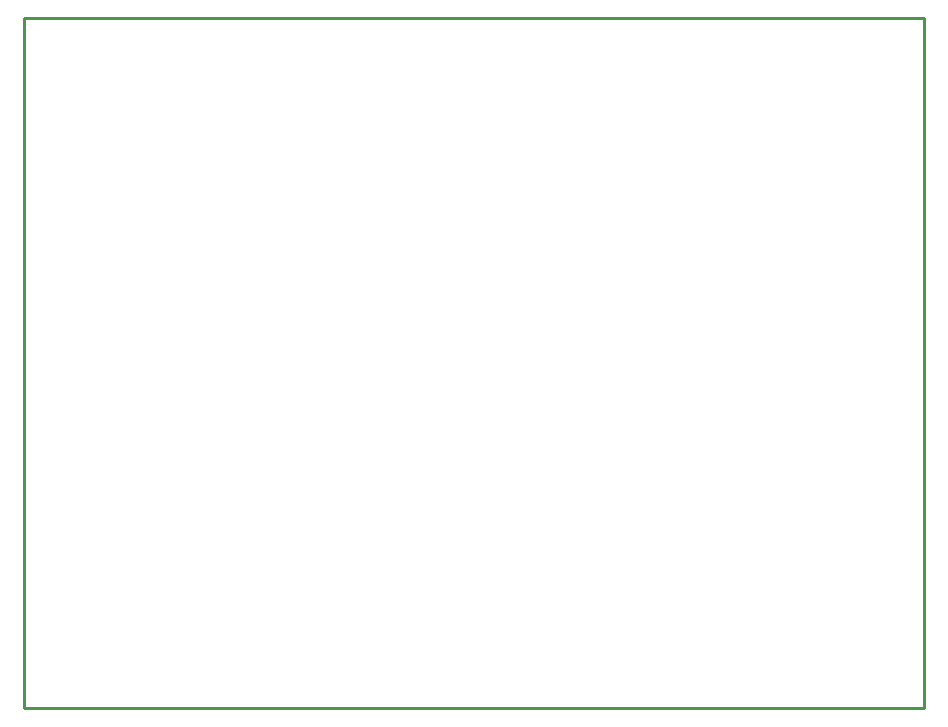
<source format=gm1>
%FSLAX23Y23*%
%MOIN*%
G70*
G01*
G75*
%ADD10R,0.060X0.050*%
%ADD11R,0.050X0.060*%
%ADD12R,0.036X0.050*%
%ADD13R,0.036X0.036*%
%ADD14R,0.050X0.036*%
%ADD15R,0.032X0.095*%
%ADD16C,0.015*%
%ADD17C,0.012*%
%ADD18C,0.010*%
%ADD19C,0.030*%
%ADD20C,0.075*%
%ADD21O,0.065X0.075*%
%ADD22R,0.070X0.070*%
%ADD23R,0.065X0.070*%
%ADD24C,0.070*%
%ADD25C,0.050*%
%ADD26C,0.040*%
%ADD27C,0.008*%
%ADD28C,0.008*%
%ADD29R,0.068X0.058*%
%ADD30R,0.058X0.068*%
%ADD31R,0.044X0.058*%
%ADD32R,0.044X0.044*%
%ADD33R,0.058X0.044*%
%ADD34R,0.040X0.103*%
%ADD35C,0.083*%
%ADD36O,0.073X0.083*%
%ADD37R,0.078X0.078*%
%ADD38R,0.073X0.078*%
%ADD39C,0.078*%
%ADD40C,0.058*%
%ADD41C,0.048*%
D18*
X10010Y9950D02*
X13010D01*
Y7650D02*
Y9950D01*
X10010Y7650D02*
X13010D01*
X10010D02*
Y9950D01*
M02*

</source>
